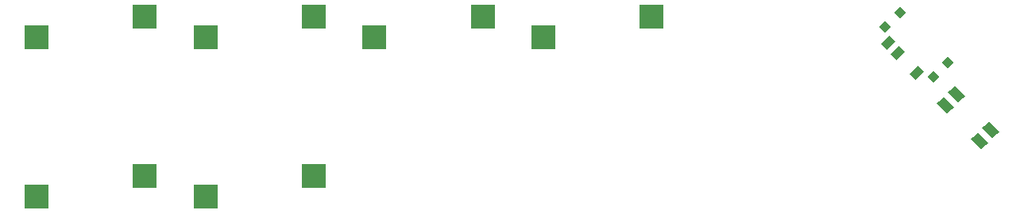
<source format=gbr>
%TF.GenerationSoftware,KiCad,Pcbnew,9.0.0*%
%TF.CreationDate,2025-02-26T19:39:31-08:00*%
%TF.ProjectId,revolver_reversible,7265766f-6c76-4657-925f-726576657273,v1.0.0*%
%TF.SameCoordinates,Original*%
%TF.FileFunction,Paste,Top*%
%TF.FilePolarity,Positive*%
%FSLAX46Y46*%
G04 Gerber Fmt 4.6, Leading zero omitted, Abs format (unit mm)*
G04 Created by KiCad (PCBNEW 9.0.0) date 2025-02-26 19:39:31*
%MOMM*%
%LPD*%
G01*
G04 APERTURE LIST*
G04 Aperture macros list*
%AMRotRect*
0 Rectangle, with rotation*
0 The origin of the aperture is its center*
0 $1 length*
0 $2 width*
0 $3 Rotation angle, in degrees counterclockwise*
0 Add horizontal line*
21,1,$1,$2,0,0,$3*%
G04 Aperture macros list end*
%ADD10R,2.600000X2.600000*%
%ADD11RotRect,1.550000X1.000000X314.000000*%
%ADD12RotRect,0.900000X0.900000X314.000000*%
%ADD13RotRect,0.900000X1.250000X314.000000*%
G04 APERTURE END LIST*
D10*
%TO.C,S8*%
X103275000Y-94050000D03*
X91725000Y-96250000D03*
%TD*%
%TO.C,S9*%
X121275000Y-77050000D03*
X109725000Y-79250000D03*
%TD*%
%TO.C,S10*%
X121275000Y-94050000D03*
X109725000Y-96250000D03*
%TD*%
D11*
%TO.C,B2*%
X189787961Y-85321273D03*
X193434917Y-89097807D03*
X188565083Y-86502193D03*
X192212039Y-90278727D03*
%TD*%
D10*
%TO.C,S11*%
X139275000Y-77050000D03*
X127725000Y-79250000D03*
%TD*%
D12*
%TO.C,T2*%
X183721038Y-76574319D03*
X182138490Y-78102567D03*
X188861510Y-81897433D03*
X187278962Y-83425681D03*
D13*
X185570351Y-83059931D03*
X183486376Y-80901911D03*
X182444389Y-79822902D03*
%TD*%
D10*
%TO.C,S12*%
X157275000Y-77050000D03*
X145725000Y-79250000D03*
%TD*%
%TO.C,S7*%
X103275000Y-77050000D03*
X91725000Y-79250000D03*
%TD*%
M02*

</source>
